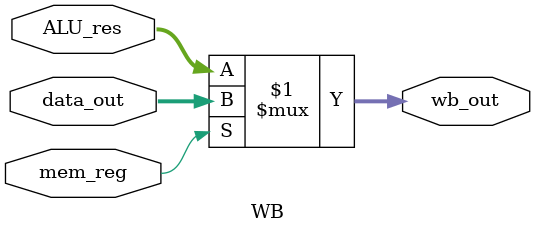
<source format=sv>
module MEM(ALU_res,mread,mwrite,rs2,data_out);
	input logic [31:0] rs2,ALU_res;
	input logic mread,mwrite;
	output logic [31:0] data_out;
	logic [0:31] memory [31:0];

	assign data_out = mread?memory[ALU_res]:32'b0; 

always@(posedge mwrite)
	begin
		memory[ALU_res] = rs2;
	end
endmodule


module WB(ALU_res,data_out,wb_out,mem_reg);
	input logic [31:0] ALU_res,data_out;
	input logic mem_reg;
	output logic [31:0]wb_out;

	assign wb_out = mem_reg?data_out:ALU_res;
endmodule

</source>
